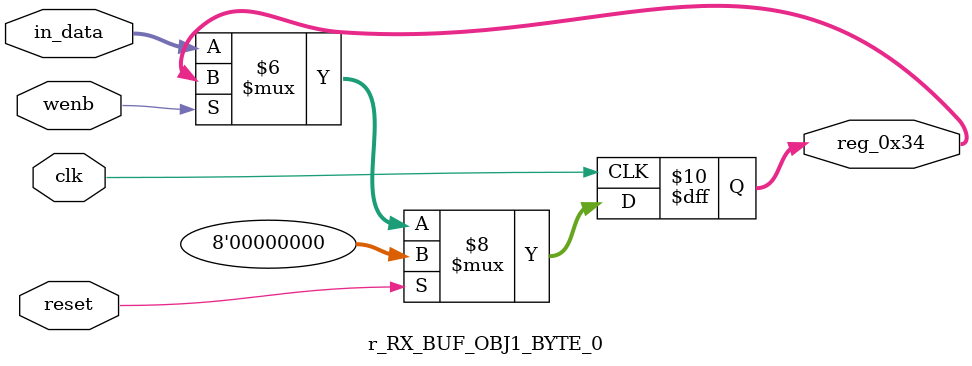
<source format=v>
module r_RX_BUF_OBJ1_BYTE_0(output reg [7:0] reg_0x34, input wire reset, input wire wenb, input wire [7:0] in_data, input wire clk);
	always@(posedge clk)
	begin
		if(reset==0) begin
			if(wenb==0)
				reg_0x34<=in_data;
			else
				reg_0x34<=reg_0x34;
		end
		else
			reg_0x34<=8'h00;
	end
endmodule
</source>
